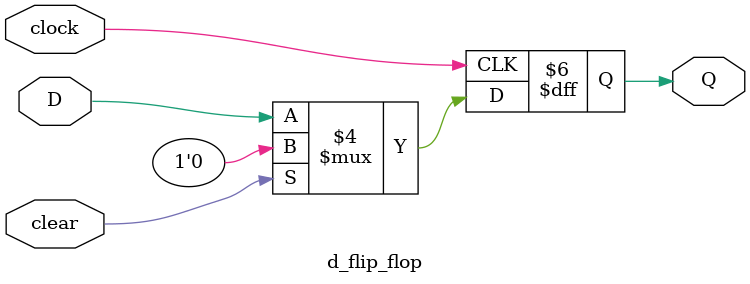
<source format=v>
module d_flip_flop(
	input D,
	input clock,
	input clear,
	output reg Q
	);
	
	always @(posedge clock)
		if(clear==1'b1)
			Q<=1'b0;
		else
			Q<=D;
		
endmodule

</source>
